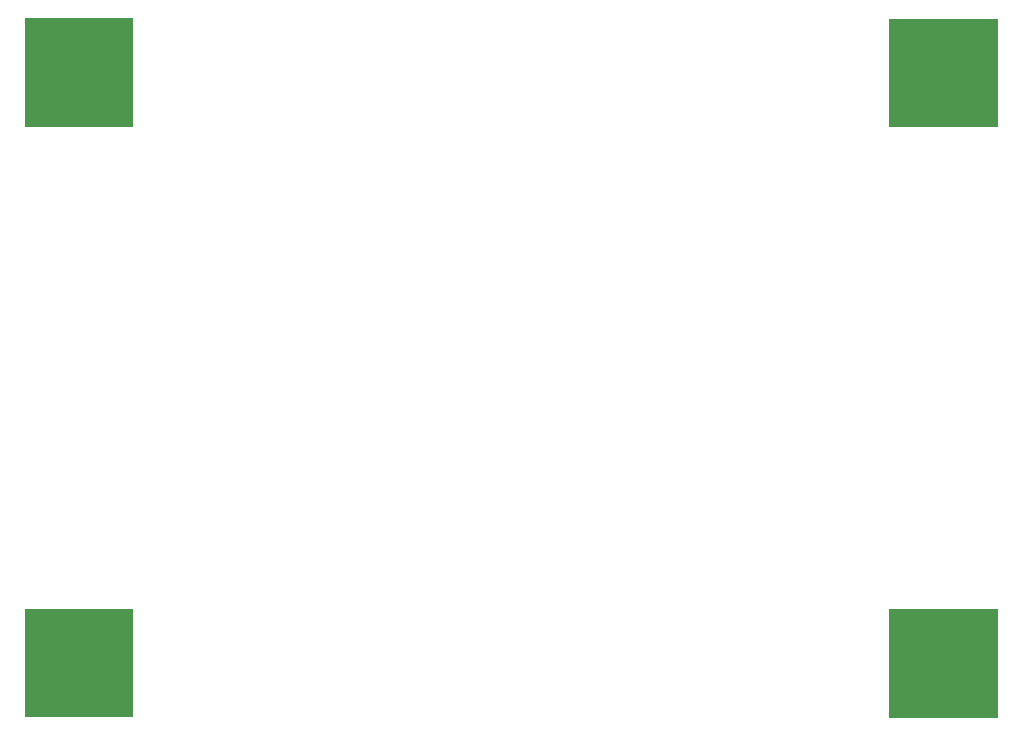
<source format=gbr>
%TF.GenerationSoftware,KiCad,Pcbnew,9.0.2*%
%TF.CreationDate,2025-06-10T12:21:51+08:00*%
%TF.ProjectId,BDU_TS,4244555f-5453-42e6-9b69-6361645f7063,rev?*%
%TF.SameCoordinates,Original*%
%TF.FileFunction,Legend,Bot*%
%TF.FilePolarity,Positive*%
%FSLAX46Y46*%
G04 Gerber Fmt 4.6, Leading zero omitted, Abs format (unit mm)*
G04 Created by KiCad (PCBNEW 9.0.2) date 2025-06-10 12:21:51*
%MOMM*%
%LPD*%
G01*
G04 APERTURE LIST*
%ADD10C,0.100000*%
G04 APERTURE END LIST*
D10*
X80500000Y-70400000D02*
X89600000Y-70400000D01*
X89600000Y-79500000D01*
X80500000Y-79500000D01*
X80500000Y-70400000D01*
G36*
X80500000Y-70400000D02*
G01*
X89600000Y-70400000D01*
X89600000Y-79500000D01*
X80500000Y-79500000D01*
X80500000Y-70400000D01*
G37*
X153700000Y-70450000D02*
X162800000Y-70450000D01*
X162800000Y-79550000D01*
X153700000Y-79550000D01*
X153700000Y-70450000D01*
G36*
X153700000Y-70450000D02*
G01*
X162800000Y-70450000D01*
X162800000Y-79550000D01*
X153700000Y-79550000D01*
X153700000Y-70450000D01*
G37*
X153700000Y-120450000D02*
X162800000Y-120450000D01*
X162800000Y-129550000D01*
X153700000Y-129550000D01*
X153700000Y-120450000D01*
G36*
X153700000Y-120450000D02*
G01*
X162800000Y-120450000D01*
X162800000Y-129550000D01*
X153700000Y-129550000D01*
X153700000Y-120450000D01*
G37*
X80500000Y-120400000D02*
X89600000Y-120400000D01*
X89600000Y-129500000D01*
X80500000Y-129500000D01*
X80500000Y-120400000D01*
G36*
X80500000Y-120400000D02*
G01*
X89600000Y-120400000D01*
X89600000Y-129500000D01*
X80500000Y-129500000D01*
X80500000Y-120400000D01*
G37*
M02*

</source>
